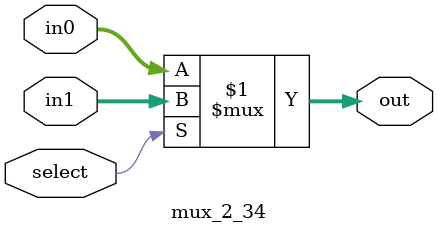
<source format=v>
module mux_2_34(select, in0, in1, out);
	input select;
	input [33:0] in0, in1;
	output [33:0] out;
	assign out = select ? in1 : in0;
endmodule

</source>
